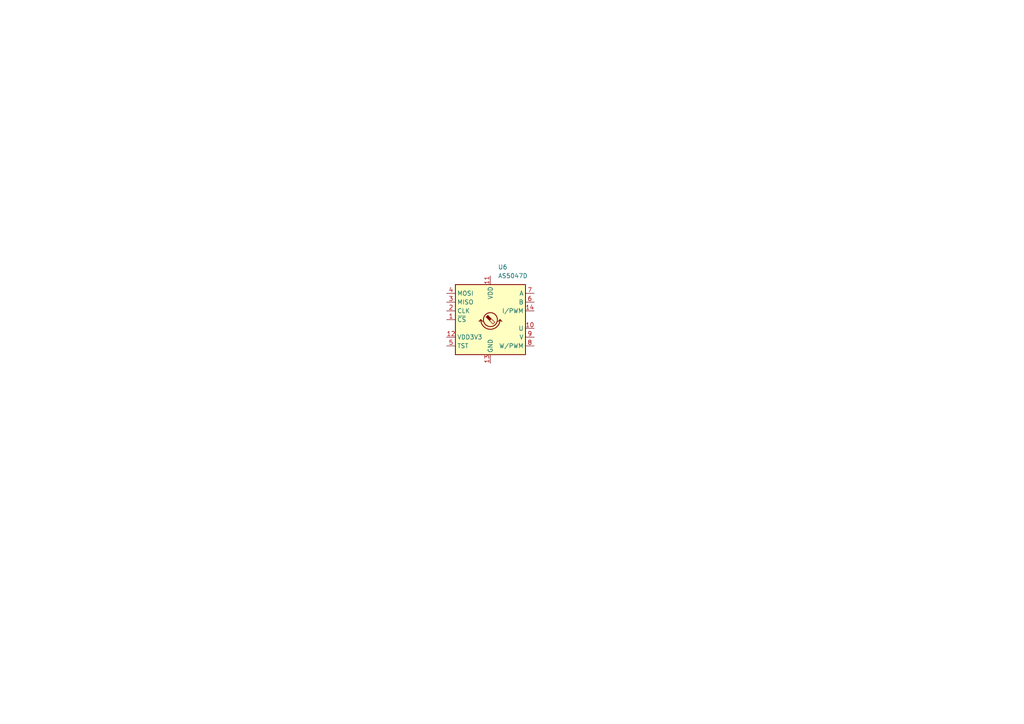
<source format=kicad_sch>
(kicad_sch (version 20230121) (generator eeschema)
  (paper "A4")
  (lib_symbols
    (symbol "Sensor_Magnetic:AS5047D"
      (property "Reference" "U" (at -8.89 11.43 0))
      (property "Value" "AS5047D" (at 5.08 11.43 0))
      (symbol "AS5047D_1_1"
        (rectangle (start -10.16 10.16) (end 10.16 -10.16) (stroke (width 0.254)) (fill (type background)))
        (arc (start -2.794 0) (mid 0 -2.7819) (end 2.794 0) (stroke (width 0.254)))
        (polyline (pts (xy -2.794 0) (xy -3.302 -0.508)) (stroke (width 0.254)))
        (polyline (pts (xy -2.794 0) (xy -2.286 -0.508)) (stroke (width 0.254)))
        (polyline (pts (xy 2.794 0) (xy 2.286 -0.508)) (stroke (width 0.254)))
        (polyline (pts (xy 2.794 0) (xy 3.302 -0.508)) (stroke (width 0.254)))
        (polyline (pts (xy 0.254 0.254) (xy 1.27 -0.762) (xy 0.762 -1.27) (xy -0.254 -0.254)))
        (polyline (pts (xy -0.762 1.27) (xy 0.254 0.254) (xy -0.254 -0.254) (xy -1.27 0.762) (xy -1.016 1.016) (xy -0.762 1.27) (xy -0.635 1.143)) (fill (type outline)))
        (circle (center 0 0) (radius 2.032) (stroke (width 0.254)))
        (pin input line (at -12.7 0 0) (length 2.54) (name "~{CS}") (number "1"))
        (pin output line (at 12.7 -2.54 180) (length 2.54) (name "U") (number "10"))
        (pin power_in line (at 0 12.7 270) (length 2.54) (name "VDD") (number "11"))
        (pin power_out line (at -12.7 -5.08 0) (length 2.54) (name "VDD3V3") (number "12"))
        (pin power_in line (at 0 -12.7 90) (length 2.54) (name "GND") (number "13"))
        (pin output line (at 12.7 2.54 180) (length 2.54) (name "I/PWM") (number "14"))
        (pin input line (at -12.7 2.54 0) (length 2.54) (name "CLK") (number "2"))
        (pin output line (at -12.7 5.08 0) (length 2.54) (name "MISO") (number "3"))
        (pin input line (at -12.7 7.62 0) (length 2.54) (name "MOSI") (number "4"))
        (pin input line (at -12.7 -7.62 0) (length 2.54) (name "TST") (number "5"))
        (pin output line (at 12.7 5.08 180) (length 2.54) (name "B") (number "6"))
        (pin output line (at 12.7 7.62 180) (length 2.54) (name "A") (number "7"))
        (pin output line (at 12.7 -7.62 180) (length 2.54) (name "W/PWM") (number "8"))
        (pin output line (at 12.7 -5.08 180) (length 2.54) (name "V") (number "9"))
      )
    )
  )
  (symbol (lib_id "Sensor_Magnetic:AS5047D") (at 142.24 92.71 0) (unit 1)
    (property "Reference" "U6" (at 144.4341 77.47 0) (effects (justify left)))
    (property "Value" "AS5047D" (at 144.4341 80.01 0) (effects (justify left)))
    (property "Footprint" "Package_SO:TSSOP-14_4.4x5mm_P0.65mm" (effects hide))
    (property "Datasheet" "https://ams.com/documents/20143/36005/AS5047D_DS000394_2-00.pdf" (effects hide))
  )
)
</source>
